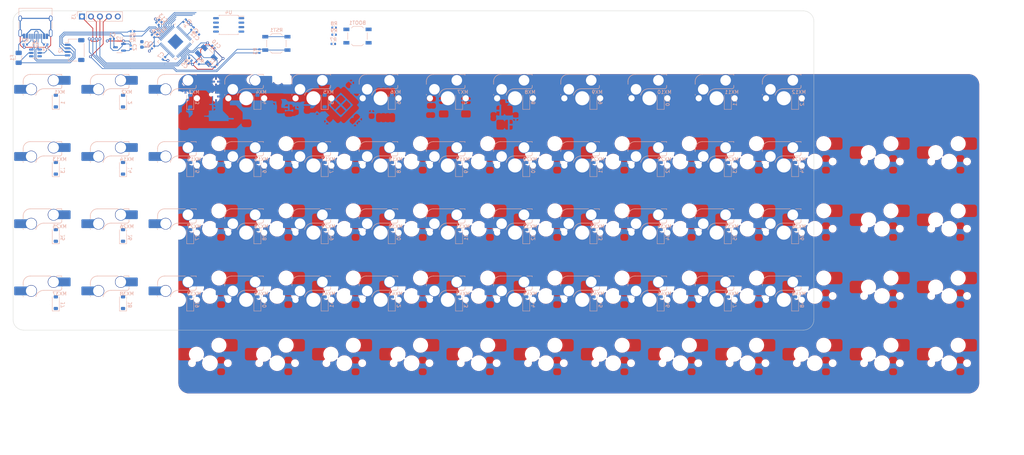
<source format=kicad_pcb>
(kicad_pcb (version 20221018) (generator pcbnew)
  (layers (0 "F.Cu" signal) (31 "B.Cu" signal) (34 "B.Paste" user) (35 "F.Paste" user) (36 "B.SilkS" user "B.Silkscreen") (37 "F.SilkS" user "F.Silkscreen") (38 "B.Mask" user) (39 "F.Mask" user) (44 "Edge.Cuts" user))
  (net 0 "")
  (net 1 "GND")
  (net 2 "Net-(BOOT1-Pad2)")
  (net 3 "+5V")
  (net 4 "+1V1")
  (net 5 "XIN")
  (net 6 "Net-(C11-Pad2)")
  (net 8 "Net-(D1-A)")
  (net 10 "Net-(D2-A)")
  (net 12 "Net-(D3-A)")
  (net 14 "Net-(D4-A)")
  (net 16 "Net-(D5-A)")
  (net 18 "Net-(D6-A)")
  (net 20 "Net-(D7-A)")
  (net 22 "Net-(D8-A)")
  (net 24 "Net-(D9-A)")
  (net 26 "Net-(D10-A)")
  (net 28 "Net-(D11-A)")
  (net 30 "Net-(D12-A)")
  (net 32 "Net-(D13-A)")
  (net 34 "Net-(D14-A)")
  (net 36 "Net-(D15-A)")
  (net 38 "Net-(D16-A)")
  (net 40 "Net-(D17-A)")
  (net 42 "Net-(D18-A)")
  (net 44 "Net-(D19-A)")
  (net 46 "Net-(D20-A)")
  (net 48 "Net-(D21-A)")
  (net 50 "Net-(D22-A)")
  (net 52 "Net-(D23-A)")
  (net 54 "Net-(D24-A)")
  (net 56 "Net-(D25-A)")
  (net 58 "Net-(D26-A)")
  (net 60 "Net-(D27-A)")
  (net 62 "Net-(D28-A)")
  (net 64 "Net-(D29-A)")
  (net 66 "Net-(D30-A)")
  (net 68 "Net-(D31-A)")
  (net 70 "Net-(D32-A)")
  (net 72 "Net-(D33-A)")
  (net 74 "Net-(D34-A)")
  (net 76 "Net-(D35-A)")
  (net 78 "Net-(D36-A)")
  (net 80 "Net-(D37-A)")
  (net 82 "Net-(D38-A)")
  (net 84 "Net-(D39-A)")
  (net 86 "Net-(D40-A)")
  (net 88 "Net-(D41-A)")
  (net 90 "Net-(D42-A)")
  (net 92 "Net-(D43-A)")
  (net 94 "Net-(D44-A)")
  (net 96 "Net-(D45-A)")
  (net 98 "Net-(D46-A)")
  (net 100 "Net-(D47-A)")
  (net 102 "Net-(D48-A)")
  (net 103 "VBUS")
  (net 104 "Net-(J1-CC1)")
  (net 105 "D+")
  (net 106 "D-")
  (net 108 "Net-(J1-CC2)")
  (net 110 "RESET")
  (net 111 "SWC")
  (net 112 "SWD")
  (net 161 "Net-(U1-USB_DP)")
  (net 162 "Net-(U1-USB_DM)")
  (net 163 "XOUT")
  (net 164 "Q_SEL")
  (net 165 "Net-(R8-Pad2)")
  (net 196 "Q_IO3")
  (net 197 "Q_CLK")
  (net 198 "Q_IO0")
  (net 199 "Q_IO2")
  (net 200 "Q_IO1")
  (net 204 "+3V3")
  (footprint "Diode_SMD:D_SOD-123" (layer "B.Cu") (at 139.1225 91.44 90)
    (fp_text reference "D18")
    (fp_text value "D_Small")
  )
  (footprint "Capacitor_SMD:C_0402_1005Metric" (layer "B.Cu") (at 88.541959 57.064331 135)
    (fp_text reference "C10")
    (fp_text value "22p")
  )
  (footprint "Resistor_SMD:R_0402_1005Metric" (layer "B.Cu") (at 40.99125 56.35625)
    (fp_text reference "R1")
    (fp_text value "5.1k")
  )
  (footprint "PCM_marbastlib-mx:SW_MX_HS_1u" (layer "B.Cu") (at 250.2475 128.74625 180)
    (fp_text reference "MX48")
    (fp_text value "MX_SW_HS")
  )
  (footprint "PCM_marbastlib-mx:SW_MX_HS_1u" (layer "B.Cu") (at 135.9475 128.74625 180)
    (fp_text reference "MX42")
    (fp_text value "MX_SW_HS")
  )
  (footprint "Capacitor_SMD:C_0402_1005Metric" (layer "B.Cu") (at 73.50089 49.666457 135)
    (fp_text reference "C13")
    (fp_text value "100n")
  )
  (footprint "Package_SO:SOIC-8_5.23x5.23mm_P1.27mm" (layer "B.Cu") (at 92.86875 50.8 180)
    (fp_text reference "U4")
    (fp_text value "W25Q128JVS")
  )
  (footprint "Capacitor_SMD:C_0402_1005Metric" (layer "B.Cu") (at 80.371975 49.610429 45)
    (fp_text reference "C14")
    (fp_text value "100n")
  )
  (footprint "Package_TO_SOT_SMD:SOT-23-3" (layer "B.Cu") (at 61.9125 57.15 180)
    (fp_text reference "U2")
    (fp_text value "XC6206PxxxMR")
  )
  (footprint "Diode_SMD:D_SOD-123" (layer "B.Cu") (at 62.9225 91.44 90)
    (fp_text reference "D14")
    (fp_text value "D_Small")
  )
  (footprint "PCM_marbastlib-mx:SW_MX_HS_1u" (layer "B.Cu") (at 40.6975 90.64625 180)
    (fp_text reference "MX13")
    (fp_text value "MX_SW_HS")
  )
  (footprint "Diode_SMD:D_SOD-123" (layer "B.Cu") (at 101.0225 129.54 90)
    (fp_text reference "D40")
    (fp_text value "D_Small")
  )
  (footprint "PCM_marbastlib-mx:SW_MX_HS_1u" (layer "B.Cu") (at 174.0475 128.74625 180)
    (fp_text reference "MX44")
    (fp_text value "MX_SW_HS")
  )
  (footprint "Diode_SMD:D_SOD-123" (layer "B.Cu") (at 253.4225 110.49 90)
    (fp_text reference "D36")
    (fp_text value "D_Small")
  )
  (footprint "PCM_marbastlib-mx:SW_MX_HS_1u" (layer "B.Cu") (at 231.1975 109.69625 180)
    (fp_text reference "MX35")
    (fp_text value "MX_SW_HS")
  )
  (footprint "Button_Switch_SMD:SW_SPST_TL3342" (layer "B.Cu") (at 129.38125 53.975 180)
    (fp_text reference "BOOT1")
    (fp_text value "SW_Push")
  )
  (footprint "PCM_marbastlib-mx:SW_MX_HS_1u" (layer "B.Cu") (at 250.2475 109.69625 180)
    (fp_text reference "MX36")
    (fp_text value "MX_SW_HS")
  )
  (footprint "PCM_marbastlib-mx:SW_MX_HS_1u" (layer "B.Cu") (at 231.1975 128.74625 180)
    (fp_text reference "MX47")
    (fp_text value "MX_SW_HS")
  )
  (footprint "Resistor_SMD:R_0402_1005Metric" (layer "B.Cu") (at 122.7475 51.59375 180)
    (fp_text reference "R8")
    (fp_text value "5.1k")
  )
  (footprint "Diode_SMD:D_SOD-123" (layer "B.Cu") (at 177.2225 91.44 90)
    (fp_text reference "D20")
    (fp_text value "D_Small")
  )
  (footprint "PCM_marbastlib-mx:SW_MX_HS_1u" (layer "B.Cu") (at 78.7975 109.69625 180)
    (fp_text reference "MX27")
    (fp_text value "MX_SW_HS")
  )
  (footprint "Diode_SMD:D_SOD-123" (layer "B.Cu") (at 101.0225 72.39 90)
    (fp_text reference "D4")
    (fp_text value "D_Small")
  )
  (footprint "Diode_SMD:D_SOD-123" (layer "B.Cu") (at 253.4225 91.44 90)
    (fp_text reference "D24")
    (fp_text value "D_Small")
  )
  (footprint "Diode_SMD:D_SOD-123" (layer "B.Cu") (at 81.9725 129.54 90)
    (fp_text reference "D39")
    (fp_text value "D_Small")
  )
  (footprint "Diode_SMD:D_SOD-123" (layer "B.Cu") (at 196.2725 110.49 90)
    (fp_text reference "D33")
    (fp_text value "D_Small")
  )
  (footprint "PCM_marbastlib-mx:SW_MX_HS_1u" (layer "B.Cu") (at 193.0975 128.74625 180)
    (fp_text reference "MX45")
    (fp_text value "MX_SW_HS")
  )
  (footprint "Capacitor_SMD:C_0402_1005Metric" (layer "B.Cu") (at 82.001973 60.566384 -45)
    (fp_text reference "C8")
    (fp_text value "100n")
  )
  (footprint "Connector_USB:USB_C_Receptacle_HRO_TYPE-C-31-M-12" (layer "B.Cu") (at 38.1 50.00625)
    (fp_text reference "J1")
    (fp_text value "USB_C_Receptacle_USB2.0")
  )
  (footprint "Diode_SMD:D_SOD-123" (layer "B.Cu") (at 101.0225 110.49 90)
    (fp_text reference "D28")
    (fp_text value "D_Small")
  )
  (footprint "Diode_SMD:D_SOD-123" (layer "B.Cu") (at 81.9725 91.44 90)
    (fp_text reference "D15")
    (fp_text value "D_Small")
  )
  (footprint "Connector_JST:JST_SH_SM04B-SRSS-TB_1x04-1MP_P1.00mm_Horizontal" (layer "B.Cu") (at 49.2125 57.94375 -90)
    (fp_text reference "J2")
    (fp_text value "Conn_01x04")
  )
  (footprint "PCM_marbastlib-mx:SW_MX_HS_1u" (layer "B.Cu") (at 78.7975 71.59625 180)
    (fp_text reference "MX3")
    (fp_text value "MX_SW_HS")
  )
  (footprint "Diode_SMD:D_SOD-123" (layer "B.Cu") (at 215.3225 129.54 90)
    (fp_text reference "D46")
    (fp_text value "D_Small")
  )
  (footprint "PCM_marbastlib-mx:SW_MX_HS_1u" (layer "B.Cu") (at 40.6975 128.74625 180)
    (fp_text reference "MX37")
    (fp_text value "MX_SW_HS")
  )
  (footprint "PCM_marbastlib-mx:SW_MX_HS_1u" (layer "B.Cu") (at 135.9475 71.59625 180)
    (fp_text reference "MX6")
    (fp_text value "MX_SW_HS")
  )
  (footprint "Crystal:Crystal_SMD_Abracon_ABM3B-4Pin_5.0x3.2mm" (layer "B.Cu") (at 86.51875 59.53125 135)
    (fp_text reference "Y1")
    (fp_text value "Crystal_GND24")
  )
  (footprint "Diode_SMD:D_SOD-123" (layer "B.Cu") (at 196.2725 129.54 90)
    (fp_text reference "D45")
    (fp_text value "D_Small")
  )
  (footprint "Capacitor_SMD:C_0402_1005Metric" (layer "B.Cu") (at 59.845 54.76875 180)
    (fp_text reference "C1")
    (fp_text value "1u")
  )
  (footprint "Resistor_SMD:R_0402_1005Metric" (layer "B.Cu") (at 35.20875 56.35625 180)
    (fp_text reference "R2")
    (fp_text value "5.1k")
  )
  (footprint "Diode_SMD:D_SOD-123" (layer "B.Cu") (at 81.9725 110.49 90)
    (fp_text reference "D27")
    (fp_text value "D_Small")
  )
  (footprint "PCM_marbastlib-mx:SW_MX_HS_1u" (layer "B.Cu") (at 174.0475 71.59625 180)
    (fp_text reference "MX8")
    (fp_text value "MX_SW_HS")
  )
  (footprint "PCM_marbastlib-mx:SW_MX_HS_1u" (layer "B.Cu") (at 193.0975 109.69625 180)
    (fp_text reference "MX33")
    (fp_text value "MX_SW_HS")
  )
  (footprint "Resistor_SMD:R_0402_1005Metric" (layer "B.Cu") (at 101.6 58.227499 -90)
    (fp_text reference "R3")
    (fp_text value "5.1k")
  )
  (footprint "PCM_marbastlib-mx:SW_MX_HS_1u" (layer "B.Cu") (at 250.2475 90.64625 180)
    (fp_text reference "MX24")
    (fp_text value "MX_SW_HS")
  )
  (footprint "Diode_SMD:D_SOD-123" (layer "B.Cu") (at 43.8725 129.54 90)
    (fp_text reference "D37")
    (fp_text value "D_Small")
  )
  (footprint "Diode_SMD:D_SOD-123" (layer "B.Cu") (at 62.9225 110.49 90)
    (fp_text reference "D26")
    (fp_text value "D_Small")
  )
  (footprint "Diode_SMD:D_SOD-123" (layer "B.Cu") (at 177.2225 110.49 90)
    (fp_text reference "D32")
    (fp_text value "D_Small")
  )
  (footprint "Capacitor_SMD:C_0402_1005Metric" (layer "B.Cu") (at 81.155751 61.437686 -45)
    (fp_text reference "C5")
    (fp_text value "100n")
  )
  (footprint "Button_Switch_SMD:SW_SPST_TL3342" (layer "B.Cu") (at 106.3875 56.04375 180)
    (fp_text reference "RST1")
    (fp_text value "SW_Push")
  )
  (footprint "Diode_SMD:D_SOD-123" (layer "B.Cu") (at 234.3725 129.54 90)
    (fp_text reference "D47")
    (fp_text value "D_Small")
  )
  (footprint "Capacitor_SMD:C_0402_1005Metric" (layer "B.Cu") (at 71.4375 57.15 -135)
    (fp_text reference "C9")
    (fp_text value "100n")
  )
  (footprint "PCM_marbastlib-mx:SW_MX_HS_1u" (layer "B.Cu") (at 212.1475 128.74625 180)
    (fp_text reference "MX46")
    (fp_text value "MX_SW_HS")
  )
  (footprint "Diode_SMD:D_SOD-123" (layer "B.Cu") (at 120.0725 91.44 90)
    (fp_text reference "D17")
    (fp_text value "D_Small")
  )
  (footprint "PCM_marbastlib-mx:SW_MX_HS_1u" (layer "B.Cu") (at 231.1975 90.64625 180)
    (fp_text reference "MX23")
    (fp_text value "MX_SW_HS")
  )
  (footprint "Connector_PinHeader_2.54mm:PinHeader_1x05_P2.54mm_Vertical" (layer "B.Cu") (at 51.28125 48.41875 -90)
    (fp_text reference "J3")
    (fp_text value "Conn_01x05")
  )
  (footprint "Diode_SMD:D_SOD-123" (layer "B.Cu") (at 120.0725 129.54 90)
    (fp_text reference "D41")
    (fp_text value "D_Small")
  )
  (footprint "Capacitor_SMD:C_0402_1005Metric" (layer "B.Cu") (at 82.617039 51.855493 45)
    (fp_text reference "C6")
    (fp_text value "1u")
  )
  (footprint "PCM_marbastlib-mx:SW_MX_HS_1u" (layer "B.Cu") (at 116.8975 90.64625 180)
    (fp_text reference "MX17")
    (fp_text value "MX_SW_HS")
  )
  (footprint "Diode_SMD:D_SOD-123" (layer "B.Cu") (at 62.9225 129.54 90)
    (fp_text reference "D38")
    (fp_text value "D_Small")
  )
  (footprint "PCM_marbastlib-mx:SW_MX_HS_1u" (layer "B.Cu") (at 116.8975 109.69625 180)
    (fp_text reference "MX29")
    (fp_text value "MX_SW_HS")
  )
  (footprint "Diode_SMD:D_SOD-123" (layer "B.Cu") (at 139.1225 129.54 90)
    (fp_text reference "D42")
    (fp_text value "D_Small")
  )
  (footprint "Diode_SMD:D_SOD-123" (layer "B.Cu") (at 215.3225 91.44 90)
    (fp_text reference "D22")
    (fp_text value "D_Small")
  )
  (footprint "PCM_marbastlib-mx:SW_MX_HS_1u" (layer "B.Cu") (at 59.7475 71.59625 180)
    (fp_text reference "MX2")
    (fp_text value "MX_SW_HS")
  )
  (footprint "PCM_marbastlib-mx:SW_MX_HS_1u" (layer "B.Cu") (at 97.8475 109.69625 180)
    (fp_text reference "MX28")
    (fp_text value "MX_SW_HS")
  )
  (footprint "PCM_marbastlib-mx:SW_MX_HS_1u" (layer "B.Cu") (at 212.1475 71.59625 180)
    (fp_text reference "MX10")
    (fp_text value "MX_SW_HS")
  )
  (footprint "Diode_SMD:D_SOD-123" (layer "B.Cu") (at 253.4225 129.54 90)
    (fp_text reference "D48")
    (fp_text value "D_Small")
  )
  (footprint "Diode_SMD:D_SOD-123" (layer "B.Cu") (at 253.4225 72.39 90)
    (fp_text reference "D12")
    (fp_text value "D_Small")
  )
  (footprint "Diode_SMD:D_SOD-123" (layer "B.Cu") (at 43.8725 110.49 90)
    (fp_text reference "D25")
    (fp_text value "D_Small")
  )
  (footprint "Diode_SMD:D_SOD-123" (layer "B.Cu") (at 234.3725 72.39 90)
    (fp_text reference "D11")
    (fp_text value "D_Small")
  )
  (footprint "Diode_SMD:D_SOD-123" (layer "B.Cu") (at 215.3225 110.49 90)
    (fp_text reference "D34")
    (fp_text value "D_Small")
  )
  (footprint "PCM_marbastlib-mx:SW_MX_HS_1u" (layer "B.Cu") (at 154.9975 128.74625 180)
    (fp_text reference "MX43")
    (fp_text value "MX_SW_HS")
  )
  (footprint "PCM_marbastlib-mx:SW_MX_HS_1u" (layer "B.Cu") (at 78.7975 90.64625 180)
    (fp_text reference "MX15")
    (fp_text value "MX_SW_HS")
  )
  (footprint "PCM_marbastlib-mx:SW_MX_HS_1u" (layer "B.Cu") (at 154.9975 71.59625 180)
    (fp_text reference "MX7")
    (fp_text value "MX_SW_HS")
  )
  (footprint "PCM_marbastlib-mx:SW_MX_HS_1u" (layer "B.Cu") (at 59.7475 90.64625 180)
    (fp_text reference "MX14")
    (fp_text value "MX_SW_HS")
  )
  (footprint "Diode_SMD:D_SOD-123" (layer "B.Cu") (at 158.1725 129.54 90)
    (fp_text reference "D43")
    (fp_text value "D_Small")
  )
  (footprint "Diode_SMD:D_SOD-123" (layer "B.Cu") (at 101.0225 91.44 90)
    (fp_text reference "D16")
    (fp_text value "D_Small")
  )
  (footprint "Diode_SMD:D_SOD-123" (layer "B.Cu") (at 234.3725 110.49 90)
    (fp_text reference "D35")
    (fp_text value "D_Small")
  )
  (footprint "Fuse:Fuse_1206_3216Metric" (layer "B.Cu") (at 33.3375 60.137499 -90)
    (fp_text reference "F1")
    (fp_text value "Fuse_Small")
  )
  (footprint "Diode_SMD:D_SOD-123" (layer "B.Cu") (at 196.2725 91.44 90)
    (fp_text reference "D21")
    (fp_text value "D_Small")
  )
  (footprint "PCM_marbastlib-various:SOT-23-6-routable" (layer "B.Cu") (at 38.1 58.7375 180)
    (fp_text reference "U3")
    (fp_text value "SRV05-4")
  )
  (footprint "PCM_marbastlib-mx:SW_MX_HS_1u" (layer "B.Cu") (at 135.9475 109.69625 180)
    (fp_text reference "MX30")
    (fp_text value "MX_SW_HS")
  )
  (footprint "Resistor_SMD:R_0402_1005Metric" (layer "B.Cu") (at 65.5975 52.61375)
    (fp_text reference "R4")
    (fp_text value "27")
  )
  (footprint "Resistor_SMD:R_0402_1005Metric" (layer "B.Cu") (at 122.53125 56.1975 180)
    (fp_text reference "R7")
    (fp_text value "1k")
  )
  (footprint "PCM_marbastlib-mx:SW_MX_HS_1u" (layer "B.Cu") (at 174.0475 90.64625 180)
    (fp_text reference "MX20")
    (fp_text value "MX_SW_HS")
  )
  (footprint "PCM_marbastlib-mx:SW_MX_HS_1u" (layer "B.Cu") (at 116.8975 71.59625 180)
    (fp_text reference "MX5")
    (fp_text value "MX_SW_HS")
  )
  (footprint "Diode_SMD:D_SOD-123" (layer "B.Cu") (at 215.3225 72.39 90)
    (fp_text reference "D10")
    (fp_text value "D_Small")
  )
  (footprint "PCM_marbastlib-mx:SW_MX_HS_1u" (layer "B.Cu") (at 97.8475 90.64625 180)
    (fp_text reference "MX16")
    (fp_text value "MX_SW_HS")
  )
  (footprint "Diode_SMD:D_SOD-123" (layer "B.Cu") (at 234.3725 91.44 90)
    (fp_text reference "D23")
    (fp_text value "D_Small")
  )
  (footprint "PCM_marbastlib-mx:SW_MX_HS_1u" (layer "B.Cu") (at 40.6975 71.59625 180)
    (fp_text reference "MX1")
    (fp_text value "MX_SW_HS")
  )
  (footprint "Diode_SMD:D_SOD-123" (layer "B.Cu") (at 177.2225 72.39 90)
    (fp_text reference "D8")
    (fp_text value "D_Small")
  )
  (footprint "PCM_marbastlib-mx:SW_MX_HS_1u" (layer "B.Cu") (at 154.9975 90.64625 180)
    (fp_text reference "MX19")
    (fp_text value "MX_SW_HS")
  )
  (footprint "Diode_SMD:D_SOD-123" (layer "B.Cu") (at 120.0725 72.39 90)
    (fp_text reference "D5")
    (fp_text value "D_Small")
  )
  (footprint "PCM_marbastlib-mx:SW_MX_HS_1u" (layer "B.Cu") (at 116.8975 128.74625 180)
    (fp_text reference "MX41")
    (fp_text value "MX_SW_HS")
  )
  (footprint "PCM_marbastlib-mx:SW_MX_HS_1u" (layer "B.Cu") (at 250.2475 71.59625 180)
    (fp_text reference "MX12")
    (fp_text value "MX_SW_HS")
  )
  (footprint "Capacitor_SMD:C_0402_1005Metric" (layer "B.Cu") (at 84.1375 53.18125 -45)
    (fp_text reference "C12")
    (fp_text value "1u")
  )
  (footprint "Diode_SMD:D_SOD-123" (layer "B.Cu") (at 62.9225 72.39 90)
    (fp_text reference "D2")
    (fp_text value "D_Small")
  )
  (footprint "PCM_marbastlib-mx:SW_MX_HS_1u" (layer "B.Cu") (at 59.7475 128.74625 180)
    (fp_text reference "MX38")
    (fp_text value "MX_SW_HS")
  )
  (footprint "Capacitor_SMD:C_0402_1005Metric" (layer "B.Cu") (at 72.685589 50.460589 135)
    (fp_text reference "C15")
    (fp_text value "100n")
  )
  (footprint "Diode_SMD:D_SOD-123" (layer "B.Cu") (at 43.8725 91.44 90)
    (fp_text reference "D13")
    (fp_text value "D_Small")
  )
  (footprint "PCM_marbastlib-mx:SW_MX_HS_1u" (layer "B.Cu") (at 174.0475 109.69625 180)
    (fp_text reference "MX32")
    (fp_text value "MX_SW_HS")
  )
  (footprint "Diode_SMD:D_SOD-123" (layer "B.Cu") (at 158.1725 91.44 90)
    (fp_text reference "D19")
    (fp_text value "D_Small")
  )
  (footprint "Capacitor_SMD:C_0402_1005Metric" (layer "B.Cu") (at 74.526494 60.250082 -135)
    (fp_text reference "C7")
    (fp_text value "100n")
  )
  (footprint "Diode_SMD:D_SOD-123" (layer "B.Cu") (at 158.1725 72.39 90)
    (fp_text reference "D7")
    (fp_text value "D_Small")
  )
  (footprint "Diode_SMD:D_SOD-123" (layer "B.Cu") (at 139.1225 110.49 90)
    (fp_text reference "D30")
    (fp_text value "D_Small")
  )
  (footprint "Diode_SMD:D_SOD-123" (layer "B.Cu") (at 177.2225 129.54 90)
    (fp_text reference "D44")
    (fp_text value "D_Small")
  )
  (footprint "Diode_SMD:D_SOD-123" (layer "B.Cu") (at 139.1225 72.39 90)
    (fp_text reference "D6")
    (fp_text value "D_Small")
  )
  (footprint "Resistor_SMD:R_0402_1005Metric" (layer "B.Cu") (at 122.7475 53.58375 180)
    (fp_text reference "R9")
    (fp_text value "5.1k")
  )
  (footprint "PCM_marbastlib-mx:SW_MX_HS_1u" (layer "B.Cu") (at 212.1475 90.64625 180)
    (fp_text reference "MX22")
    (fp_text value "MX_SW_HS")
  )
  (footprint "Diode_SMD:D_SOD-123" (layer "B.Cu") (at 120.0725 110.49 90)
    (fp_text reference "D29")
    (fp_text value "D_Small")
  )
  (footprint "PCM_marbastlib-mx:SW_MX_HS_1u" (layer "B.Cu") (at 193.0975 90.64625 180)
    (fp_text reference "MX21")
    (fp_text value "MX_SW_HS")
  )
  (footprint "Capacitor_SMD:C_0402_1005Metric" (layer "B.Cu") (at 65.0875 57.15 90)
    (fp_text reference "C2")
    (fp_text value "1u")
  )
  (footprint "PCM_marbastlib-mx:SW_MX_HS_1u" (layer "B.Cu") (at 193.0975 71.59625 180)
    (fp_text reference "MX9")
    (fp_text value "MX_SW_HS")
  )
  (footprint "Resistor_SMD:R_0402_1005Metric" (layer "B.Cu") (at 65.5975 53.975)
    (fp_text reference "R5")
    (fp_text value "27")
  )
  (footprint "Package_DFN_QFN:QFN-56-1EP_7x7mm_P0.4mm_EP3.2x3.2mm" (layer "B.Cu") (at 77.7875 55.5625 -135)
    (fp_text reference "U1")
    (fp_text value "RP2040")
  )
  (footprint "Capacitor_SMD:C_0603_1608Metric" (layer "B.Cu") (at 68.2625 56.3375 90)
    (fp_text reference "C3")
    (fp_text value "10u")
  )
  (footprint "PCM_marbastlib-mx:SW_MX_HS_1u" (layer "B.Cu") (at 154.9975 109.69625 180)
    (fp_text reference "MX31")
    (fp_text value "MX_SW_HS")
  )
  (footprint "Diode_SMD:D_SOD-123" (layer "B.Cu") (at 158.1725 110.49 90)
    (fp_text reference "D31")
    (fp_text value "D_Small")
  )
  (footprint "PCM_marbastlib-mx:SW_MX_HS_1u" (layer "B.Cu") (at 97.8475 128.74625 180)
    (fp_text reference "MX40")
    (fp_text value "MX_SW_HS")
  )
  (footprint "PCM_marbastlib-mx:SW_MX_HS_1u" (layer "B.Cu") (at 212.1475 109.69625 180)
    (fp_text reference "MX34")
    (fp_text value "MX_SW_HS")
  )
  (footprint "Diode_SMD:D_SOD-123" (layer "B.Cu") (at 81.9725 72.39 90)
    (fp_text reference "D3")
    (fp_text value "D_Small")
  )
  (footprint "PCM_marbastlib-mx:SW_MX_HS_1u" (layer "B.Cu") (at 59.7475 109.69625 180)
    (fp_text reference "MX26")
    (fp_text value "MX_SW_HS")
  )
  (footprint "PCM_marbastlib-mx:SW_MX_HS_1u" (layer "B.Cu") (at 97.8475 71.59625 180)
    (fp_text reference "MX4")
    (fp_text value "MX_SW_HS")
  )
  (footprint "PCM_marbastlib-mx:SW_MX_HS_1u" (layer "B.Cu") (at 135.9475 90.64625 180)
    (fp_text reference "MX18")
    (fp_text value "MX_SW_HS")
  )
  (footprint "Capacitor_SMD:C_0402_1005Metric" (layer "B.Cu") (at 89.27293 62.38973 -135)
    (fp_text reference "C11")
    (fp_text value "22p")
  )
  (footprint "Capacitor_SMD:C_0402_1005Metric" (layer "B.Cu") (at 71.4375 53.975 135)
    (fp_text reference "C16")
    (fp_text value "100n")
  )
  (footprint "PCM_marbastlib-mx:SW_MX_HS_1u" (layer "B.Cu") (at 231.1975 71.59625 180)
    (fp_text reference "MX11")
    (fp_text value "MX_SW_HS")
  )
  (footprint "PCM_marbastlib-mx:SW_MX_HS_1u" (layer "B.Cu") (at 78.7975 128.74625 180)
    (fp_text reference "MX39")
    (fp_text value "MX_SW_HS")
  )
  (footprint "Diode_SMD:D_SOD-123" (layer "B.Cu") (at 43.8725 72.39 90)
    (fp_text reference "D1")
    (fp_text value "D_Small")
  )
  (footprint "Resistor_SMD:R_0402_1005Metric" (layer "B.Cu") (at 84.073044 61.575671 135)
    (fp_text reference "R6")
    (fp_text value "1k")
  )
  (footprint "Diode_SMD:D_SOD-123" (layer "B.Cu") (at 196.2725 72.39 90)
    (fp_text reference "D9")
    (fp_text value "D_Small")
  )
  (footprint "Capacitor_SMD:C_0402_1005Metric" (layer "B.Cu") (at 72.286177 53.156533 135)
    (fp_text reference "C4")
    (fp_text value "1u")
  )
  (footprint "PCM_marbastlib-mx:SW_MX_HS_1u" (layer "B.Cu") (at 40.6975 109.69625 180)
    (fp_text reference "MX25")
    (fp_text value "MX_SW_HS")
  )
  (gr_line (start 255.7625 137.31875) (end 34.75 137.31875) (stroke (width 0.1)) (layer "Edge.Cuts"))
  (gr_arc (start 255.7625 46.83125) (mid 257.88382 47.70993) (end 258.7625 49.83125) (stroke (width 0.1)) (layer "Edge.Cuts"))
  (gr_arc (start 34.75 137.31875) (mid 32.62868 136.44007) (end 31.75 134.31875) (stroke (width 0.1)) (layer "Edge.Cuts"))
  (gr_line (start 34.75 46.83125) (end 255.7625 46.83125) (stroke (width 0.1)) (layer "Edge.Cuts"))
  (gr_arc (start 31.75 49.83125) (mid 32.62868 47.70993) (end 34.75 46.83125) (stroke (width 0.1)) (layer "Edge.Cuts"))
  (gr_line (start 31.75 134.31875) (end 31.75 49.83125) (stroke (width 0.1)) (layer "Edge.Cuts"))
  (gr_line (start 258.7625 49.83125) (end 258.7625 134.31875) (stroke (width 0.1)) (layer "Edge.Cuts"))
  (gr_arc (start 258.7625 134.31875) (mid 257.88382 136.44007) (end 255.7625 137.31875) (stroke (width 0.1)) (layer "Edge.Cuts"))
  (segment (start 63.050941 55.36361) (end 58.454255 55.36361) (width 0.2) (layer "F.Cu") (net 1))
  (segment (start 84.022132 63.365861) (end 82.662624 62.006353) (width 0.2) (layer "F.Cu") (net 1))
  (segment (start 91.28125 60.325) (end 88.240389 63.365861) (width 0.2) (layer "F.Cu") (net 1))
  (segment (start 42.42 56.562739) (end 42.42 53.13625) (width 0.2) (layer "F.Cu") (net 1))
  (segment (start 84.343977 60.325) (end 84.93125 60.325) (width 0.2) (layer "F.Cu") (net 1))
  (segment (start 82.662624 62.006353) (end 84.343977 60.325) (width 0.2) (layer "F.Cu") (net 1))
  (segment (start 88.240389 63.365861) (end 84.022132 63.365861) (width 0.2) (layer "F.Cu") (net 1))
  (segment (start 84.93125 60.325) (end 84.93125 57.861338) (width 0.2) (layer "F.Cu") (net 1))
  (segment (start 41.832739 57.15) (end 42.42 56.562739) (width 0.2) (layer "F.Cu") (net 1))
  (segment (start 86.8881 55.93185) (end 91.28125 60.325) (width 0.2) (layer "F.Cu") (net 1))
  (segment (start 84.93125 57.861338) (end 86.8881 55.904488) (width 0.2) (layer "F.Cu") (net 1))
  (segment (start 34.925 57.15) (end 34.404001 57.15) (width 0.2) (layer "F.Cu") (net 1))
  (segment (start 34.404001 57.15) (end 33.78 56.525999) (width 0.2) (layer "F.Cu") (net 1))
  (segment (start 41.275 57.15) (end 41.832739 57.15) (width 0.2) (layer "F.Cu") (net 1))
  (segment (start 86.8881 55.904488) (end 86.8881 55.93185) (width 0.2) (layer "F.Cu") (net 1))
  (segment (start 34.925 57.15) (end 41.275 57.15) (width 0.2) (layer "F.Cu") (net 1))
  (segment (start 33.78 56.525999) (end 33.78 53.13625) (width 0.2) (layer "F.Cu") (net 1))
  (via (at 82.11728 50.722436) (size 0.8) (drill 0.4) (layers "F.Cu" "B.Cu") (net 1))
  (via (at 82.662624 62.006353) (size 0.8) (drill 0.4) (layers "F.Cu" "B.Cu") (net 1))
  (via (at 58.454255 55.36361) (size 0.8) (drill 0.4) (layers "F.Cu" "B.Cu") (net 1))
  (via (at 70.88773 52.531854) (size 0.8) (drill 0.4) (layers "F.Cu" "B.Cu") (net 1))
  (via (at 81.489923 50.078423) (size 0.8) (drill 0.4) (layers "F.Cu" "B.Cu") (net 1))
  (via (at 86.8881 55.904488) (size 0.8) (drill 0.4) (layers "F.Cu" "B.Cu") (net 1))
  (via (at 84.93125 60.325) (size 0.8) (drill 0.4) (layers "F.Cu" "B.Cu") (net 1))
  (via (at 75.649304 60.908174) (size 0.8) (drill 0.4) (layers "F.Cu" "B.Cu") (net 1))
  (via (at 41.275 57.15) (size 0.8) (drill 0.4) (layers "F.Cu" "B.Cu") (net 1))
  (via (at 34.925 57.15) (size 0.8) (drill 0.4) (layers "F.Cu" "B.Cu") (net 1))
  (via (at 70.399423 58.20555) (size 0.8) (drill 0.4) (layers "F.Cu" "B.Cu") (net 1))
  (via (at 63.050941 55.36361) (size 0.8) (drill 0.4) (layers "F.Cu" "B.Cu") (net 1))
  (via (at 91.28125 60.325) (size 0.8) (drill 0.4) (layers "F.Cu" "B.Cu") (net 1))
  (via (at 72.118091 49.149055) (size 0.8) (drill 0.4) (layers "F.Cu" "B.Cu") (net 1))
  (segment (start 42.42 48.95625) (end 33.78 48.95625) (width 0.3) (layer "B.Cu") (net 1))
  (segment (start 84.256008 58.965565) (end 84.708817 58.965565) (width 0.2) (layer "B.Cu") (net 1))
  (segment (start 88.781492 57.50362) (end 88.88137 57.403742) (width 0.2) (layer "B.Cu") (net 1))
  (segment (start 34.69875 56.35625) (end 34.69875 56.92375) (width 0.2) (layer "B.Cu") (net 1))
  (segment (start 82.703416 58.214118) (end 83.719201 57.198333) (width 0.2) (layer "B.Cu") (net 1))
  (segment (start 82.341384 60.930875) (end 81.495162 61.777097) (width 0.2) (layer "B.Cu") (net 1))
  (segment (start 91.28125 60.38141) (end 91.28125 60.325) (width 0.2) (layer "B.Cu") (net 1))
  (segment (start 65.0875 55.929375) (end 64.521735 55.36361) (width 0.2) (layer "B.Cu") (net 1))
  (segment (start 80.711386 49.299886) (end 81.489923 50.078423) (width 0.25) (layer "B.Cu") (net 1))
  (segment (start 72.346178 49.377142) (end 72.118091 49.149055) (width 0.2) (layer "B.Cu") (net 1))
  (segment (start 88.88137 57.92512) (end 91.28125 60.325) (width 0.2) (layer "B.Cu") (net 1))
  (segment (start 74.505764 60.908174) (end 75.649304 60.908174) (width 0.25) (layer "B.Cu") (net 1))
  (segment (start 72.346178 50.121178) (end 72.367347 50.121178) (width 0.2) (layer "B.Cu") (net 1))
  (segment (start 81.495162 61.777097) (end 82.433368 61.777097) (width 0.2) (layer "B.Cu") (net 1))
  (segment (start 82.341384 61.685113) (end 82.662624 62.006353) (width 0.2) (layer "B.Cu") (net 1))
  (segment (start 72.346178 50.121178) (end 72.346178 49.377142) (width 0.2) (layer "B.Cu") (net 1))
  (segment (start 71.098089 53.635589) (end 71.128299 53.635589) (width 0.2) (layer "B.Cu") (net 1))
  (segment (start 59.365 54.76875) (end 59.365 57.32808) (width 0.2) (layer "B.Cu") (net 1))
  (segment (start 84.708817 58.965565) (end 85.840187 60.096935) (width 0.2) (layer "B.Cu") (net 1))
  (segment (start 81.853331 58.214118) (end 82.703416 58.214118) (width 0.2) (layer "B.Cu") (net 1))
  (segment (start 72.296082 49.327046) (end 72.118091 49.149055) (width 0.2) (layer "B.Cu") (net 1))
  (segment (start 71.098089 52.742213) (end 70.88773 52.531854) (width 0.2) (layer "B.Cu") (net 1))
  (segment (start 59.365 54.76875) (end 59.049115 54.76875) (width 0.2) (layer "B.Cu") (net 1))
  (segment (start 61.470354 58.043737) (end 62.6997 56.814391) (width 0.2) (layer "B.Cu") (net 1))
  (segment (start 82.341384 60.905795) (end 82.341384 60.930875) (width 0.2) (layer "B.Cu") (net 1))
  (segment (start 73.161479 49.327046) (end 72.296082 49.327046) (width 0.2) (layer "B.Cu") (net 1))
  (segment (start 85.009686 55.907848) (end 86.88474 55.907848) (width 0.2) (layer "B.Cu") (net 1))
  (segment (start 41.275 58.069188) (end 41.275 57.15) (width 0.2) (layer "B.Cu") (net 1))
  (segment (start 89.612341 62.050319) (end 91.28125 60.38141) (width 0.2) (layer "B.Cu") (net 1))
  (segment (start 71.098089 57.489411) (end 71.098089 57.506884) (width 0.2) (layer "B.Cu") (net 1))
  (segment (start 82.910926 51.516082) (end 82.11728 50.722436) (width 0.25) (layer "B.Cu") (net 1))
  (segment (start 84.256008 58.965565) (end 84.256008 59.649758) (width 0.2) (layer "B.Cu") (net 1))
  (segment (start 41.35 54.05125) (end 41.505 54.05125) (width 0.3) (layer "B.Cu") (net 1))
  (segment (start 47.2125 59.44375) (end 43.56875 59.44375) (width 0.2) (layer "B.Cu") (net 1))
  (segment (start 63.05 56.2) (end 64.6175 56.2) (width 0.2) (layer "B.Cu") (net 1))
  (segment (start 63.05 56.2) (end 63.05 55.364551) (width 0.2) (layer "B.Cu") (net 1))
  (segment (start 71.128299 53.635589) (end 71.946766 52.817122) (width 0.2) (layer "B.Cu") (net 1))
  (segment (start 82.95645 51.516082) (end 82.910926 51.516082) (width 0.25) (layer "B.Cu") (net 1))
  (segment (start 42.42 53.13625) (end 42.42 48.95625) (width 0.3) (layer "B.Cu") (net 1))
  (segment (start 88.88137 57.403742) (end 88.88137 57.92512) (width 0.2) (layer "B.Cu") (net 1))
  (segment (start 86.88474 55.907848) (end 86.8881 55.904488) (width 0.2) (layer "B.Cu") (net 1))
  (segment (start 62.6997 56.5503) (end 63.05 56.2) (width 0.2) (layer "B.Cu") (net 1))
  (segment (start 89.612341 60.927784) (end 88.781492 60.096935) (width 0.2) (layer "B.Cu") (net 1))
  (segment (start 63.05 55.364551) (end 63.050941 55.36361) (width 0.2) (layer "B.Cu") (net 1))
  (segment (start 64.521735 55.36361) (end 63.050941 55.36361) (width 0.2) (layer "B.Cu") (net 1))
  (segment (start 85.840187 60.096935) (end 88.781492 60.096935) (width 0.2) (layer "B.Cu") (net 1))
  (segment (start 33.78 53.13625) (end 33.78 48.95625) (width 0.3) (layer "B.Cu") (net 1))
  (segment (start 60.080657 58.043737) (end 61.470354 58.043737) (width 0.2) (layer "B.Cu") (net 1))
  (segment (start 82.433368 61.777097) (end 82.662624 62.006353) (width 0.2) (layer "B.Cu") (net 1))
  (segment (start 43.56875 59.44375) (end 41.275 57.15) (width 0.2) (layer "B.Cu") (net 1))
  (segment (start 72.367347 50.121178) (end 73.161479 49.327046) (width 0.2) (layer "B.Cu") (net 1))
  (segment (start 80.925286 57.286073) (end 81.853331 58.214118) (width 0.2) (layer "B.Cu") (net 1))
  (segment (start 59.049115 54.76875) (end 58.454255 55.36361) (width 0.2) (layer "B.Cu") (net 1))
  (segment (start 103.2375 54.14375) (end 109.5375 54.14375) (width 0.2) (layer "B.Cu") (net 1))
  (segment (start 71.098089 57.506884) (end 70.399423 58.20555) (width 0.2) (layer "B.Cu") (net 1))
  (segment (start 62.6997 56.814391) (end 62.6997 56.5503) (width 0.2) (layer "B.Cu") (net 1))
  (segment (start 64.6175 56.2) (end 65.0875 56.67) (width 0.2) (layer "B.Cu") (net 1))
  (segment (start 89.612341 62.050319) (end 89.612341 60.927784) (width 0.2) (layer "B.Cu") (net 1))
  (segment (start 34.85 54.05125) (end 34.695 54.05125) (width 0.3) (layer "B.Cu") (net 1))
  (segment (start 71.172998 52.817122) (end 70.88773 52.531854) (width 0.2) (layer "B.Cu") (net 1))
  (segment (start 88.781492 60.096935) (end 88.781492 57.50362) (width 0.2) (layer "B.Cu") (net 1))
  (segment (start 39.275 58.7375) (end 40.606688 58.7375) (width 0.2) (layer "B.Cu") (net 1))
  (segment (start 41.275 57.15) (end 41.275 56.5825) (width 0.2) (layer "B.Cu") (net 1))
  (segment (start 40.606688 58.7375) (end 41.275 58.069188) (width 0.2) (layer "B.Cu") (net 1))
  (segment (start 71.946766 52.817122) (end 71.172998 52.817122) (width 0.2) (layer "B.Cu") (net 1))
  (segment (start 59.365 57.32808) (end 60.080657 58.043737) (width 0.2) (layer "B.Cu") (net 1))
  (segment (start 41.505 54.05125) (end 42.42 53.13625) (width 0.3) (layer "B.Cu") (net 1))
  (segment (start 65.0875 56.67) (end 65.0875 55.929375) (width 0.2) (layer "B.Cu") (net 1))
  (segment (start 83.719201 57.198333) (end 85.009686 55.907848) (width 0.2) (layer "B.Cu") (net 1))
  (segment (start 82.341384 60.905795) (end 82.341384 61.685113) (width 0.2) (layer "B.Cu") (net 1))
  (segment (start 71.098089 53.635589) (end 71.098089 52.742213) (width 0.2) (layer "B.Cu") (net 1))
  (segment (start 34.69875 56.92375) (end 34.925 57.15) (width 0.2) (layer "B.Cu") (net 1))
  (segment (start 41.275 56.5825) (end 41.50125 56.35625) (width 0.2) (layer "B.Cu") (net 1))
  (segment (start 80.711386 49.271018) (end 80.711386 49.299886) (width 0.25) (layer "B.Cu") (net 1))
  (segment (start 74.187083 60.589493) (end 74.505764 60.908174) (width 0.25) (layer "B.Cu") (net 1))
  (segment (start 84.256008 59.649758) (end 84.93125 60.325) (width 0.2) (layer "B.Cu") (net 1))
  (segment (start 34.695 54.05125) (end 33.78 53.13625) (width 0.3) (layer "B.Cu") (net 1))
  (segment (start 47.958587 61.537499) (end 49.369249 60.126837) (width 0.2) (layer "B.Cu") (net 3))
  (segment (start 49.369249 57.825499) (end 47.9875 56.44375) (width 0.2) (layer "B.Cu") (net 3))
  (segment (start 60.325 54.458304) (end 59.53125 53.664554) (width 0.2) (layer "B.Cu") (net 3))
  (segment (start 60.325 56.7) (end 60.775 57.15) (width 0.2) (layer "B.Cu") (net 3))
  (segment (start 46.200791 56.44375) (end 47.2125 56.44375) (width 0.2) (layer "B.Cu") (net 3))
  (segment (start 47.9875 56.44375) (end 47.2125 56.44375) (width 0.2) (layer "B.Cu") (net 3))
  (segment (start 60.325 54.76875) (end 60.325 54.458304) (width 0.2) (layer "B.Cu") (net 3))
  (segment (start 45.75219 55.995149) (end 46.200791 56.44375) (width 0.2) (layer "B.Cu") (net 3))
  (segment (start 60.325 54.76875) (end 60.325 56.7) (width 0.2) (layer "B.Cu") (net 3))
  (segment (start 49.369249 60.126837) (end 49.369249 57.825499) (width 0.2) (layer "B.Cu") (net 3))
  (segment (start 33.3375 61.537499) (end 36.137499 58.7375) (width 0.2) (layer "B.Cu") (net 3))
  (segment (start 45.75219 54.402084) (end 45.75219 55.995149) (width 0.2) (layer "B.Cu") (net 3))
  (segment (start 33.3375 61.537499) (end 47.958587 61.537499) (width 0.2) (layer "B.Cu") (net 3))
  (segment (start 46.48972 53.664554) (end 45.75219 54.402084) (width 0.2) (layer "B.Cu") (net 3))
  (segment (start 36.137499 58.7375) (end 36.925 58.7375) (width 0.2) (layer "B.Cu") (net 3))
  (segment (start 59.53125 53.664554) (end 46.48972 53.664554) (width 0.2) (layer "B.Cu") (net 3))
  (segment (start 80.81634 59.439869) (end 79.793915 58.417444) (width 0.2) (layer "B.Cu") (net 4))
  (segment (start 75.498242 52.990399) (end 73.840301 51.332458) (width 0.2) (layer "B.Cu") (net 4))
  (segment (start 80.81634 61.098275) (end 80.81634 59.439869) (width 0.2) (layer "B.Cu") (net 4))
  (segment (start 73.175359 53.495944) (end 74.084028 54.404613) (width 0.2) (layer "B.Cu") (net 4))
  (segment (start 72.625588 53.495944) (end 73.175359 53.495944) (width 0.2) (layer "B.Cu") (net 4))
  (segment (start 73.840301 51.332458) (end 73.840301 50.005868) (width 0.2) (layer "B.Cu") (net 4))
  (segment (start 84.214712 57.268508) (end 85.953065 57.268508) (width 0.2) (layer "B.Cu") (net 5))
  (segment (start 88.202548 56.72492) (end 86.496653 56.72492) (width 0.2) (layer "B.Cu") (net 5))
  (segment (start 81.687647 58.614118) (end 82.869102 58.614118) (width 0.2) (layer "B.Cu") (net 5))
  (segment (start 80.642444 57.568915) (end 81.687647 58.614118) (width 0.2) (layer "B.Cu") (net 5))
  (segment (start 86.496653 56.72492) (end 85.953065 57.268508) (width 0.2) (layer "B.Cu") (net 5))
  (segment (start 82.869102 58.614118) (end 84.214712 57.268508) (width 0.2) (layer "B.Cu") (net 5))
  (segment (start 84.433668 61.936295) (end 86.942132 61.936295) (width 0.2) (layer "B.Cu") (net 6))
  (segment (start 86.942132 61.936295) (end 87.084435 61.793992) (width 0.2) (layer "B.Cu") (net 6))
  (segment (start 88.933519 62.729141) (end 88.019584 62.729141) (width 0.2) (layer "B.Cu") (net 6))
  (segment (start 88.019584 62.729141) (end 87.084435 61.793992) (width 0.2) (layer "B.Cu") (net 6))
  (segment (start 36.869728 52.106522) (end 39.330272 52.106522) (width 0.3) (layer "B.Cu") (net 103))
  (segment (start 35.65 54.05125) (end 35.65 53.32625) (width 0.3) (layer "B.Cu") (net 103))
  (segment (start 33.3375 56.36375) (end 34.322909 55.378341) (width 0.2) (layer "B.Cu") (net 103))
  (segment (start 35.65 53.32625) (end 36.869728 52.106522) (width 0.3) (layer "B.Cu") (net 103))
  (segment (start 33.3375 58.737499) (end 33.3375 56.36375) (width 0.2) (layer "B.Cu") (net 103))
  (segment (start 39.330272 52.106522) (end 40.55 53.32625) (width 0.3) (layer "B.Cu") (net 103))
  (segment (start 34.322909 55.378341) (end 35.047909 55.378341) (width 0.2) (layer "B.Cu") (net 103))
  (segment (start 35.047909 55.378341) (end 35.65 54.77625) (width 0.2) (layer "B.Cu") (net 103))
  (segment (start 35.65 54.77625) (end 35.65 54.05125) (width 0.2) (layer "B.Cu") (net 103))
  (segment (start 40.55 53.32625) (end 40.55 54.05125) (width 0.3) (layer "B.Cu") (net 103))
  (segment (start 36.85 55.225) (end 36.85 54.05125) (width 0.2) (layer "B.Cu") (net 104))
  (segment (start 35.71875 56.35625) (end 36.85 55.225) (width 0.2) (layer "B.Cu") (net 104))
  (segment (start 48.569249 59.025499) (end 47.9875 58.44375) (width 0.2) (layer "B.Cu") (net 105))
  (segment (start 47.2125 58.44375) (end 46.4375 58.44375) (width 0.2) (layer "B.Cu") (net 105))
  (segment (start 48.569249 59.795466) (end 48.569249 59.025499) (width 0.2) (layer "B.Cu") (net 105))
  (segment (start 38.25 60.329193) (end 38.642339 60.721532) (width 0.2) (layer "B.Cu") (net 105))
  (segment (start 37.85 54.05125) (end 37.85 52.879086) (width 0.2) (layer "B.Cu") (net 105))
  (segment (start 46.15835 52.864554) (end 64.255295 52.864554) (width 0.2) (layer "B.Cu") (net 105))
  (segment (start 38.85 57.3625) (end 38.85 57.15) (width 0.2) (layer "B.Cu") (net 105))
  (segment (start 37.85 52.879086) (end 38.172564 52.556522) (width 0.2) (layer "B.Cu") (net 105))
  (segment (start 38.85 57.15) (end 38.85 54.05125) (width 0.2) (layer "B.Cu") (net 105))
  (segment (start 38.25 57.75) (end 38.25 60.329193) (width 0.2) (layer "B.Cu") (net 105))
  (segment (start 64.255295 52.864554) (end 64.506099 52.61375) (width 0.2) (layer "B.Cu") (net 105))
  (segment (start 47.643183 60.721532) (end 48.569249 59.795466) (width 0.2) (layer "B.Cu") (net 105))
  (segment (start 38.85 57.15) (end 38.25 57.75) (width 0.2) (layer "B.Cu") (net 105))
  (segment (start 64.506099 52.61375) (end 65.0875 52.61375) (width 0.2) (layer "B.Cu") (net 105))
  (segment (start 44.95219 54.070712) (end 46.15835 52.864554) (width 0.2) (layer "B.Cu") (net 105))
  (segment (start 47.9875 58.44375) (end 47.2125 58.44375) (width 0.2) (layer "B.Cu") (net 105))
  (segment (start 38.172564 52.556522) (end 38.561543 52.556522) (width 0.2) (layer "B.Cu") (net 105))
  (segment (start 44.95219 56.95844) (end 44.95219 54.070712) (width 0.2) (layer "B.Cu") (net 105))
  (segment (start 38.85 52.844979) (end 38.85 54.05125) (width 0.2) (layer "B.Cu") (net 105))
  (segment (start 38.561543 52.556522) (end 38.85 52.844979) (width 0.2) (layer "B.Cu") (net 105))
  (segment (start 46.4375 58.44375) (end 44.95219 56.95844) (width 0.2) (layer "B.Cu") (net 105))
  (segment (start 38.642339 60.721532) (end 47.643183 60.721532) (width 0.2) (layer "B.Cu") (net 105))
  (segment (start 39.275 57.7875) (end 38.85 57.3625) (width 0.2) (layer "B.Cu") (net 105))
  (segment (start 37.35 54.05125) (end 37.35 55.374624) (width 0.2) (layer "B.Cu") (net 106))
  (segment (start 47.9875 57.44375) (end 47.2125 57.44375) (width 0.2) (layer "B.Cu") (net 106))
  (segment (start 46.324035 53.264554) (end 62.387495 53.264554) (width 0.2) (layer "B.Cu") (net 106))
  (segment (start 36.925 57.7875) (end 37.630617 57.081883) (width 0.2) (layer "B.Cu") (net 106))
  (segment (start 37.630617 57.081883) (end 37.85 57.301266) (width 0.2) (layer "B.Cu") (net 106))
  (segment (start 47.808869 61.121532) (end 48.969249 59.961152) (width 0.2) (layer "B.Cu") (net 106))
  (segment (start 62.387495 53.264554) (end 63.097941 53.975) (width 0.2) (layer "B.Cu") (net 106))
  (segment (start 48.969249 58.425499) (end 47.9875 57.44375) (width 0.2) (layer "B.Cu") (net 106))
  (segment (start 37.630617 57.081883) (end 37.630617 55.655241) (width 0.2) (layer "B.Cu") (net 106))
  (segment (start 48.969249 59.961152) (end 48.969249 58.425499) (width 0.2) (layer "B.Cu") (net 106))
  (segment (start 45.35219 56.35844) (end 45.35219 54.236398) (width 0.2) (layer "B.Cu") (net 106))
  (segment (start 37.85 60.494879) (end 38.476653 61.121532) (width 0.2) (layer "B.Cu") (net 106))
  (segment (start 45.35219 54.236398) (end 46.324035 53.264554) (width 0.2) (layer "B.Cu") (net 106))
  (segment (start 38.05893 55.655241) (end 38.35 55.364171) (width 0.2) (layer "B.Cu") (net 106))
  (segment (start 47.2125 57.44375) (end 46.4375 57.44375) (width 0.2) (layer "B.Cu") (net 106))
  (segment (start 37.85 57.301266) (end 37.85 60.494879) (width 0.2) (layer "B.Cu") (net 106))
  (segment (start 63.097941 53.975) (end 65.0875 53.975) (width 0.2) (layer "B.Cu") (net 106))
  (segment (start 38.476653 61.121532) (end 47.808869 61.121532) (width 0.2) (layer "B.Cu") (net 106))
  (segment (start 38.35 55.364171) (end 38.35 54.05125) (width 0.2) (layer "B.Cu") (net 106))
  (segment (start 37.630617 55.655241) (end 38.05893 55.655241) (width 0.2) (layer "B.Cu") (net 106))
  (segment (start 46.4375 57.44375) (end 45.35219 56.35844) (width 0.2) (layer "B.Cu") (net 106))
  (segment (start 37.35 55.374624) (end 37.630617 55.655241) (width 0.2) (layer "B.Cu") (net 106))
  (segment (start 40.48125 56.35625) (end 39.85 55.725) (width 0.2) (layer "B.Cu") (net 108))
  (segment (start 39.85 55.725) (end 39.85 54.05125) (width 0.2) (layer "B.Cu") (net 108))
  (segment (start 53.357741 54.76875) (end 54.057741 55.46875) (width 0.2) (layer "F.Cu") (net 110))
  (segment (start 56.36125 54.76375) (end 56.36125 48.41875) (width 0.2) (layer "F.Cu") (net 110))
  (segment (start 56.35625 54.76875) (end 56.36125 54.76375) (width 0.2) (layer "F.Cu") (net 110))
  (segment (start 54.057741 55.46875) (end 55.65625 55.46875) (width 0.2) (layer "F.Cu") (net 110))
  (segment (start 55.65625 55.46875) (end 56.35625 54.76875) (width 0.2) (layer "F.Cu") (net 110))
  (via (at 53.357741 54.76875) (size 0.8) (drill 0.4) (layers "F.Cu" "B.Cu") (net 110))
  (via (at 56.35625 54.76875) (size 0.8) (drill 0.4) (layers "F.Cu" "B.Cu") (net 110))
  (segment (start 95.289915 57.717499) (end 89.368294 63.63912) (width 0.2) (layer "B.Cu") (net 110))
  (segment (start 78.945387 59.265972) (end 79.61634 59.936925) (width 0.2) (layer "B.Cu") (net 110))
  (segment (start 101.6 57.717499) (end 103.011249 57.717499) (width 0.2) (layer "B.Cu") (net 110))
  (segment (start 78.249878 61.607674) (end 74.778185 61.607674) (width 0.2) (layer "B.Cu") (net 110))
  (segment (start 89.368294 63.63912) (end 78.193283 63.63912) (width 0.2) (layer "B.Cu") (net 110))
  (segment (start 57.670091 62.807674) (end 53.357741 58.495321) (width 0.2) (layer "B.Cu") (net 110))
  (segment (start 103.011249 57.717499) (end 103.2375 57.94375) (width 0.2) (layer "B.Cu") (net 110))
  (segment (start 79.61634 59.936925) (end 79.61634 60.241212) (width 0.2) (layer "B.Cu") (net 110))
  (segment (start 77.361837 62.807674) (end 57.670091 62.807674) (width 0.2) (layer "B.Cu") (net 110))
  (segment (start 53.357741 58.495321) (end 53.357741 54.76875) (width 0.2) (layer "B.Cu") (net 110))
  (segment (start 56.35625 59.796775) (end 56.35625 54.76875) (width 0.2) (layer "B.Cu") (net 110))
  (segment (start 74.778185 61.607674) (end 58.167149 61.607674) (width 0.2) (layer "B.Cu") (net 110))
  (segment (start 79.61634 60.241212) (end 78.263151 61.594401) (width 0.2) (layer "B.Cu") (net 110))
  (segment (start 58.167149 61.607674) (end 56.35625 59.796775) (width 0.2) (layer "B.Cu") (net 110))
  (segment (start 78.263151 61.594401) (end 78.249878 61.607674) (width 0.2) (layer "B.Cu") (net 110))
  (segment (start 103.2375 57.94375) (end 109.5375 57.94375) (width 0.2) (layer "B.Cu") (net 110))
  (segment (start 101.6 57.717499) (end 95.289915 57.717499) (width 0.2) (layer "B.Cu") (net 110))
  (segment (start 78.193283 63.63912) (end 77.361837 62.807674) (width 0.2) (layer "B.Cu") (net 110))
  (segment (start 54.357244 51.761701) (end 51.28125 48.685707) (width 0.2) (layer "F.Cu") (net 111))
  (segment (start 54.357244 54.76875) (end 54.357244 51.761701) (width 0.2) (layer "F.Cu") (net 111))
  (segment (start 51.28125 48.685707) (end 51.28125 48.41875) (width 0.2) (layer "F.Cu") (net 111))
  (via (at 54.357244 54.76875) (size 0.8) (drill 0.4) (layers "F.Cu" "B.Cu") (net 111))
  (segment (start 54.357244 58.929139) (end 54.357244 54.76875) (width 0.2) (layer "B.Cu") (net 111))
  (segment (start 78.58125 62.407674) (end 57.835777 62.407674) (width 0.2) (layer "B.Cu") (net 111))
  (segment (start 80.41634 60.411718) (end 80.41634 60.572584) (width 0.2) (layer "B.Cu") (net 111))
  (segment (start 80.41634 60.572584) (end 78.58125 62.407674) (width 0.2) (layer "B.Cu") (net 111))
  (segment (start 79.511073 58.700286) (end 80.41634 59.605553) (width 0.2) (layer "B.Cu") (net 111))
  (segment (start 80.41634 59.605553) (end 80.41634 60.411718) (width 0.2) (layer "B.Cu") (net 111))
  (segment (start 57.835777 62.407674) (end 54.357244 58.929139) (width 0.2) (layer "B.Cu") (net 111))
  (segment (start 55.356747 54.76875) (end 55.356747 49.954247) (width 0.2) (layer "F.Cu") (net 112))
  (segment (start 55.356747 49.954247) (end 53.82125 48.41875) (width 0.2) (layer "F.Cu") (net 112))
  (via (at 55.356747 54.76875) (size 0.8) (drill 0.4) (layers "F.Cu" "B.Cu") (net 112))
  (segment (start 78.415564 62.007674) (end 74.6125 62.007674) (width 0.2) (layer "B.Cu") (net 112))
  (segment (start 55.356747 59.362957) (end 55.356747 54.76875) (width 0.2) (layer "B.Cu") (net 112))
  (segment (start 79.22823 58.983129) (end 80.01634 59.771237) (width 0.2) (layer "B.Cu") (net 112))
  (segment (start 80.01634 60.406898) (end 78.415564 62.007674) (width 0.2) (layer "B.Cu") (net 112))
  (segment (start 80.01634 59.771237) (end 80.01634 60.406898) (width 0.2) (layer "B.Cu") (net 112))
  (segment (start 58.001463 62.007674) (end 55.356747 59.362957) (width 0.2) (layer "B.Cu") (net 112))
  (segment (start 74.6125 62.007674) (end 58.001463 62.007674) (width 0.2) (layer "B.Cu") (net 112))
  (segment (start 66.1075 52.61375) (end 69.05737 52.61375) (width 0.2) (layer "B.Cu") (net 161))
  (segment (start 72.179449 51.368662) (end 74.649714 53.838927) (width 0.2) (layer "B.Cu") (net 161))
  (segment (start 70.302459 51.368662) (end 72.179449 51.368662) (width 0.2) (layer "B.Cu") (net 161))
  (segment (start 69.05737 52.61375) (end 70.302459 51.368662) (width 0.2) (layer "B.Cu") (net 161))
  (segment (start 68.261806 53.975) (end 70.468144 51.768662) (width 0.2) (layer "B.Cu") (net 162))
  (segment (start 66.1075 53.975) (end 68.261806 53.975) (width 0.2) (layer "B.Cu") (net 162))
  (segment (start 72.013763 51.768662) (end 74.366871 54.12177) (width 0.2) (layer "B.Cu") (net 162))
  (segment (start 70.468144 51.768662) (end 72.013763 51.768662) (width 0.2) (layer "B.Cu") (net 162))
  (segment (start 81.892931 59.38509) (end 80.359601 57.851758) (width 0.2) (layer "B.Cu") (net 163))
  (segment (start 83.71242 61.215047) (end 83.71242 60.827014) (width 0.2) (layer "B.Cu") (net 163))
  (segment (start 82.270496 59.38509) (end 81.892931 59.38509) (width 0.2) (layer "B.Cu") (net 163))
  (segment (start 83.71242 60.827014) (end 82.270496 59.38509) (width 0.2) (layer "B.Cu") (net 163))
  (segment (start 77.195298 51.293343) (end 77.195298 50.598452) (width 0.2) (layer "B.Cu") (net 164))
  (segment (start 75.781085 52.707556) (end 74.43199 51.358461) (width 0.2) (layer "B.Cu") (net 196))
  (segment (start 74.43199 51.358461) (end 74.43199 50.346639) (width 0.2) (layer "B.Cu") (net 196))
  (segment (start 74.43199 50.346639) (end 77.467453 47.311176) (width 0.2) (layer "B.Cu") (net 196))
  (segment (start 77.467453 47.311176) (end 83.650805 47.311176) (width 0.2) (layer "B.Cu") (net 196))
  (segment (start 76.063927 52.424714) (end 74.853582 51.214371) (width 0.2) (layer "B.Cu") (net 197))
  (segment (start 74.83199 51.192779) (end 74.83199 50.512325) (width 0.2) (layer "B.Cu") (net 197))
  (segment (start 74.853582 51.214371) (end 74.83199 51.192779) (width 0.2) (layer "B.Cu") (net 197))
  (segment (start 74.83199 50.512325) (end 77.633139 47.711176) (width 0.2) (layer "B.Cu") (net 197))
  (segment (start 77.633139 47.711176) (end 83.285425 47.711176) (width 0.2) (layer "B.Cu") (net 197))
  (segment (start 75.23199 50.678011) (end 77.798825 48.111176) (width 0.2) (layer "B.Cu") (net 198))
  (segment (start 76.34677 52.141871) (end 75.23199 51.027091) (width 0.2) (layer "B.Cu") (net 198))
  (segment (start 75.23199 51.027091) (end 75.23199 50.678011) (width 0.2) (layer "B.Cu") (net 198))
  (segment (start 77.798825 48.111176) (end 82.610329 48.111176) (width 0.2) (layer "B.Cu") (net 198))
  (segment (start 75.887709 50.587978) (end 75.887709 50.587642) (width 0.2) (layer "B.Cu") (net 199))
  (segment (start 76.629613 51.859028) (end 75.887709 51.117124) (width 0.2) (layer "B.Cu") (net 199))
  (segment (start 75.887709 51.117124) (end 75.887709 50.587978) (width 0.2) (layer "B.Cu") (net 199))
  (segment (start 75.887709 50.587642) (end 77.964175 48.511176) (width 0.2) (layer "B.Cu") (net 199))
  (segment (start 76.535939 51.199672) (end 76.535939 50.505097) (width 0.2) (layer "B.Cu") (net 200))
  (segment (start 76.535939 50.505097) (end 77.808018 49.233018) (width 0.2) (layer "B.Cu") (net 200))
  (segment (start 76.912455 51.576186) (end 76.535939 51.199672) (width 0.2) (layer "B.Cu") (net 200))
  (segment (start 57.302801 56.203449) (end 57.302801 50.017199) (width 0.2) (layer "F.Cu") (net 204))
  (segment (start 57.302801 50.017199) (end 58.90125 48.41875) (width 0.2) (layer "F.Cu") (net 204))
  (segment (start 53.689713 59.816537) (end 57.302801 56.203449) (width 0.2) (layer "F.Cu") (net 204))
  (via (at 53.689713 59.816537) (size 0.8) (drill 0.4) (layers "F.Cu" "B.Cu") (net 204))
  (segment (start 57.08085 63.207674) (end 53.689713 59.816537) (width 0.2) (layer "B.Cu") (net 204))
  (segment (start 71.776911 55.491061) (end 71.776911 56.810589) (width 0.2) (layer "B.Cu") (net 204))
  (segment (start 74.865905 59.910671) (end 74.865905 59.898308) (width 0.2) (layer "B.Cu") (net 204))
  (segment (start 72.862456 56.810589) (end 73.518343 56.154702) (width 0.2) (layer "B.Cu") (net 204))
  (segment (start 81.662562 60.226973) (end 81.662562 59.720405) (width 0.2) (layer "B.Cu") (net 204))
  (segment (start 82.277628 52.194904) (end 82.277628 52.486585) (width 0.2) (layer "B.Cu") (net 204))
  (segment (start 74.932556 53.556085) (end 73.025 51.648529) (width 0.2) (layer "B.Cu") (net 204))
  (segment (start 71.776911 54.314411) (end 72.862456 54.314411) (width 0.2) (layer "B.Cu") (net 204))
  (segment (start 73.025 51.082843) (end 73.025 50.8) (width 0.2) (layer "B.Cu") (net 204))
  (segment (start 101.6 58.737499) (end 94.835601 58.737499) (width 0.2) (layer "B.Cu") (net 204))
  (segment (start 70.155472 57.1125) (end 71.776911 55.491061) (width 0.2) (layer "B.Cu") (net 204))
  (segment (start 73.025 51.648529) (end 73.025 50.8) (width 0.2) (layer "B.Cu") (net 204))
  (segment (start 68.2625 57.1125) (end 70.155472 57.1125) (width 0.2) (layer "B.Cu") (net 204))
  (segment (start 73.428142 54.314411) (end 73.801186 54.687455) (width 0.2) (layer "B.Cu") (net 204))
  (segment (start 64.6175 58.1) (end 65.0875 57.63) (width 0.2) (layer "B.Cu") (net 204))
  (segment (start 77.196151 63.207674) (end 65.0875 63.207674) (width 0.2) (layer "B.Cu") (net 204))
  (segment (start 81.662562 59.720405) (end 80.076758 58.134601) (width 0.2) (layer "B.Cu") (net 204))
  (segment (start 57.504405 63.207674) (end 57.08085 63.207674) (width 0.2) (layer "B.Cu") (net 204))
  (segment (start 72.862456 54.314411) (end 73.518343 54.970298) (width 0.2) (layer "B.Cu") (net 204))
  (segment (start 71.776911 55.491061) (end 71.776911 54.314411) (width 0.2) (layer "B.Cu") (net 204))
  (segment (start 82.277628 52.486585) (end 80.925286 53.838927) (width 0.2) (layer "B.Cu") (net 204))
  (segment (start 79.723205 49.94984) (end 78.379702 51.293343) (width 0.2) (layer "B.Cu") (net 204))
  (segment (start 65.0875 63.207674) (end 57.504405 63.207674) (width 0.2) (layer "B.Cu") (net 204))
  (segment (start 71.776911 54.314411) (end 73.428142 54.314411) (width 0.2) (layer "B.Cu") (net 204))
  (segment (start 75.215399 53.273242) (end 73.025 51.082843) (width 0.2) (layer "B.Cu") (net 204))
  (segment (start 78.027597 64.03912) (end 77.196151 63.207674) (width 0.2) (layer "B.Cu") (net 204))
  (segment (start 94.835601 58.737499) (end 89.533979 64.03912) (width 0.2) (layer "B.Cu") (net 204))
  (segment (start 89.533979 64.03912) (end 78.027597 64.03912) (width 0.2) (layer "B.Cu") (net 204))
  (segment (start 71.776911 56.810589) (end 72.862456 56.810589) (width 0.2) (layer "B.Cu") (net 204))
  (segment (start 80.032564 49.94984) (end 79.723205 49.94984) (width 0.2) (layer "B.Cu") (net 204))
  (segment (start 74.865905 59.898308) (end 76.063927 58.700286) (width 0.2) (layer "B.Cu") (net 204))
  (segment (start 63.05 58.1) (end 64.6175 58.1) (width 0.2) (layer "B.Cu") (net 204))
  (zone (net 1) (net_name "GND") (layers "F&B.Cu") (connect_pads (clearance 0.5)) (min_thickness 0.25) (fill yes (thermal_gap 0.5) (thermal_bridge_width 0.5))
    (polygon (pts (xy 72.25625 56.04375) (xy 317.525 57.63125) (xy 318.31875 172.725) (xy 69.08125 172.725)))
  )
)
</source>
